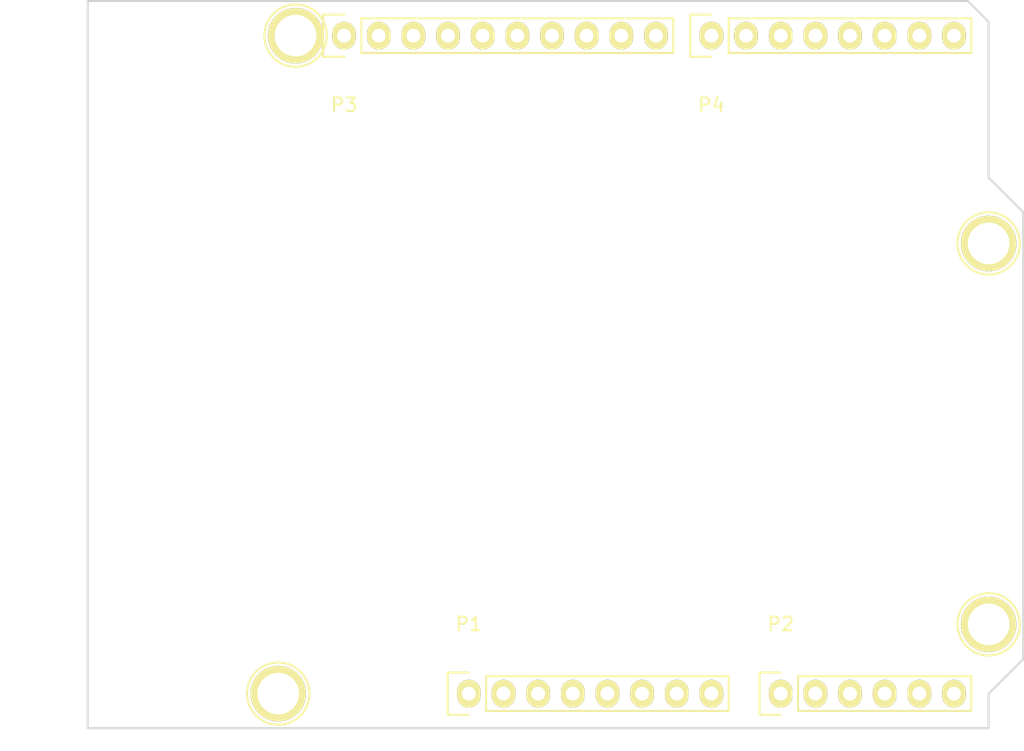
<source format=kicad_pcb>
(kicad_pcb (version 4) (host pcbnew "(2015-03-25 BZR 5536)-product")

  (general
    (links 4)
    (no_connects 4)
    (area 104.572999 71.392 180.241572 127.594)
    (thickness 1.6)
    (drawings 27)
    (tracks 0)
    (zones 0)
    (modules 8)
    (nets 33)
  )

  (page A4)
  (title_block
    (date "lun. 30 mars 2015")
  )

  (layers
    (0 F.Cu signal)
    (31 B.Cu signal)
    (32 B.Adhes user)
    (33 F.Adhes user)
    (34 B.Paste user)
    (35 F.Paste user)
    (36 B.SilkS user)
    (37 F.SilkS user)
    (38 B.Mask user)
    (39 F.Mask user)
    (40 Dwgs.User user)
    (41 Cmts.User user)
    (42 Eco1.User user)
    (43 Eco2.User user)
    (44 Edge.Cuts user)
    (45 Margin user)
    (46 B.CrtYd user)
    (47 F.CrtYd user)
    (48 B.Fab user)
    (49 F.Fab user)
  )

  (setup
    (last_trace_width 0.25)
    (trace_clearance 0.2)
    (zone_clearance 0.508)
    (zone_45_only no)
    (trace_min 0.2)
    (segment_width 0.15)
    (edge_width 0.15)
    (via_size 0.6)
    (via_drill 0.4)
    (via_min_size 0.4)
    (via_min_drill 0.3)
    (uvia_size 0.3)
    (uvia_drill 0.1)
    (uvias_allowed no)
    (uvia_min_size 0.2)
    (uvia_min_drill 0.1)
    (pcb_text_width 0.3)
    (pcb_text_size 1.5 1.5)
    (mod_edge_width 0.15)
    (mod_text_size 1 1)
    (mod_text_width 0.15)
    (pad_size 4.064 4.064)
    (pad_drill 3.048)
    (pad_to_mask_clearance 0)
    (aux_axis_origin 110.998 126.365)
    (grid_origin 110.998 126.365)
    (visible_elements FFFFFF7F)
    (pcbplotparams
      (layerselection 0x00030_80000001)
      (usegerberextensions false)
      (excludeedgelayer true)
      (linewidth 0.100000)
      (plotframeref false)
      (viasonmask false)
      (mode 1)
      (useauxorigin false)
      (hpglpennumber 1)
      (hpglpenspeed 20)
      (hpglpendiameter 15)
      (hpglpenoverlay 2)
      (psnegative false)
      (psa4output false)
      (plotreference true)
      (plotvalue true)
      (plotinvisibletext false)
      (padsonsilk false)
      (subtractmaskfromsilk false)
      (outputformat 1)
      (mirror false)
      (drillshape 1)
      (scaleselection 1)
      (outputdirectory ""))
  )

  (net 0 "")
  (net 1 /IOREF)
  (net 2 /Reset)
  (net 3 +5V)
  (net 4 GND)
  (net 5 /Vin)
  (net 6 /A0)
  (net 7 /A1)
  (net 8 /A2)
  (net 9 /A3)
  (net 10 /AREF)
  (net 11 "/A4(SDA)")
  (net 12 "/A5(SCL)")
  (net 13 "/9(**)")
  (net 14 /8)
  (net 15 /7)
  (net 16 "/6(**)")
  (net 17 "/5(**)")
  (net 18 /4)
  (net 19 "/3(**)")
  (net 20 /2)
  (net 21 "/1(Tx)")
  (net 22 "/0(Rx)")
  (net 23 "Net-(P5-Pad1)")
  (net 24 "Net-(P6-Pad1)")
  (net 25 "Net-(P7-Pad1)")
  (net 26 "Net-(P8-Pad1)")
  (net 27 "/13(SCK)")
  (net 28 "/10(**/SS)")
  (net 29 "Net-(P1-Pad1)")
  (net 30 +3V3)
  (net 31 "/12(MISO)")
  (net 32 "/11(**/MOSI)")

  (net_class Default "This is the default net class."
    (clearance 0.2)
    (trace_width 0.25)
    (via_dia 0.6)
    (via_drill 0.4)
    (uvia_dia 0.3)
    (uvia_drill 0.1)
    (add_net +3V3)
    (add_net +5V)
    (add_net "/0(Rx)")
    (add_net "/1(Tx)")
    (add_net "/10(**/SS)")
    (add_net "/11(**/MOSI)")
    (add_net "/12(MISO)")
    (add_net "/13(SCK)")
    (add_net /2)
    (add_net "/3(**)")
    (add_net /4)
    (add_net "/5(**)")
    (add_net "/6(**)")
    (add_net /7)
    (add_net /8)
    (add_net "/9(**)")
    (add_net /A0)
    (add_net /A1)
    (add_net /A2)
    (add_net /A3)
    (add_net "/A4(SDA)")
    (add_net "/A5(SCL)")
    (add_net /AREF)
    (add_net /IOREF)
    (add_net /Reset)
    (add_net /Vin)
    (add_net GND)
    (add_net "Net-(P1-Pad1)")
    (add_net "Net-(P5-Pad1)")
    (add_net "Net-(P6-Pad1)")
    (add_net "Net-(P7-Pad1)")
    (add_net "Net-(P8-Pad1)")
  )

  (module Socket_Arduino_Uno:Socket_Strip_Arduino_1x08 (layer F.Cu) (tedit 551AF8B3) (tstamp 551AF9EA)
    (at 138.938 123.825)
    (descr "Through hole socket strip")
    (tags "socket strip")
    (path /5517C2C1)
    (fp_text reference P1 (at 0 -5.1) (layer F.SilkS)
      (effects (font (size 1 1) (thickness 0.15)))
    )
    (fp_text value Power (at 0 -3.1) (layer F.Fab)
      (effects (font (size 1 1) (thickness 0.15)))
    )
    (fp_line (start -1.75 -1.75) (end -1.75 1.75) (layer F.CrtYd) (width 0.05))
    (fp_line (start 19.55 -1.75) (end 19.55 1.75) (layer F.CrtYd) (width 0.05))
    (fp_line (start -1.75 -1.75) (end 19.55 -1.75) (layer F.CrtYd) (width 0.05))
    (fp_line (start -1.75 1.75) (end 19.55 1.75) (layer F.CrtYd) (width 0.05))
    (fp_line (start 1.27 1.27) (end 19.05 1.27) (layer F.SilkS) (width 0.15))
    (fp_line (start 19.05 1.27) (end 19.05 -1.27) (layer F.SilkS) (width 0.15))
    (fp_line (start 19.05 -1.27) (end 1.27 -1.27) (layer F.SilkS) (width 0.15))
    (fp_line (start -1.55 1.55) (end 0 1.55) (layer F.SilkS) (width 0.15))
    (fp_line (start 1.27 1.27) (end 1.27 -1.27) (layer F.SilkS) (width 0.15))
    (fp_line (start 0 -1.55) (end -1.55 -1.55) (layer F.SilkS) (width 0.15))
    (fp_line (start -1.55 -1.55) (end -1.55 1.55) (layer F.SilkS) (width 0.15))
    (pad 1 thru_hole oval (at 0 0) (size 1.7272 2.032) (drill 1.016) (layers *.Cu *.Mask F.SilkS)
      (net 29 "Net-(P1-Pad1)"))
    (pad 2 thru_hole oval (at 2.54 0) (size 1.7272 2.032) (drill 1.016) (layers *.Cu *.Mask F.SilkS)
      (net 1 /IOREF))
    (pad 3 thru_hole oval (at 5.08 0) (size 1.7272 2.032) (drill 1.016) (layers *.Cu *.Mask F.SilkS)
      (net 2 /Reset))
    (pad 4 thru_hole oval (at 7.62 0) (size 1.7272 2.032) (drill 1.016) (layers *.Cu *.Mask F.SilkS)
      (net 30 +3V3))
    (pad 5 thru_hole oval (at 10.16 0) (size 1.7272 2.032) (drill 1.016) (layers *.Cu *.Mask F.SilkS)
      (net 3 +5V))
    (pad 6 thru_hole oval (at 12.7 0) (size 1.7272 2.032) (drill 1.016) (layers *.Cu *.Mask F.SilkS)
      (net 4 GND))
    (pad 7 thru_hole oval (at 15.24 0) (size 1.7272 2.032) (drill 1.016) (layers *.Cu *.Mask F.SilkS)
      (net 4 GND))
    (pad 8 thru_hole oval (at 17.78 0) (size 1.7272 2.032) (drill 1.016) (layers *.Cu *.Mask F.SilkS)
      (net 5 /Vin))
    (model ${KIPRJMOD}/Socket_Arduino_Uno.3dshapes/Socket_header_Arduino_1x08.wrl
      (at (xyz 0.35 0 0))
      (scale (xyz 1 1 1))
      (rotate (xyz 0 0 180))
    )
  )

  (module Socket_Arduino_Uno:Socket_Strip_Arduino_1x06 (layer F.Cu) (tedit 551AF7D9) (tstamp 551AF9FF)
    (at 161.798 123.825)
    (descr "Through hole socket strip")
    (tags "socket strip")
    (path /5517C323)
    (fp_text reference P2 (at 0 -5.1) (layer F.SilkS)
      (effects (font (size 1 1) (thickness 0.15)))
    )
    (fp_text value Analog (at 0 -3.1) (layer F.Fab)
      (effects (font (size 1 1) (thickness 0.15)))
    )
    (fp_line (start -1.75 -1.75) (end -1.75 1.75) (layer F.CrtYd) (width 0.05))
    (fp_line (start 14.45 -1.75) (end 14.45 1.75) (layer F.CrtYd) (width 0.05))
    (fp_line (start -1.75 -1.75) (end 14.45 -1.75) (layer F.CrtYd) (width 0.05))
    (fp_line (start -1.75 1.75) (end 14.45 1.75) (layer F.CrtYd) (width 0.05))
    (fp_line (start 1.27 1.27) (end 13.97 1.27) (layer F.SilkS) (width 0.15))
    (fp_line (start 13.97 1.27) (end 13.97 -1.27) (layer F.SilkS) (width 0.15))
    (fp_line (start 13.97 -1.27) (end 1.27 -1.27) (layer F.SilkS) (width 0.15))
    (fp_line (start -1.55 1.55) (end 0 1.55) (layer F.SilkS) (width 0.15))
    (fp_line (start 1.27 1.27) (end 1.27 -1.27) (layer F.SilkS) (width 0.15))
    (fp_line (start 0 -1.55) (end -1.55 -1.55) (layer F.SilkS) (width 0.15))
    (fp_line (start -1.55 -1.55) (end -1.55 1.55) (layer F.SilkS) (width 0.15))
    (pad 1 thru_hole oval (at 0 0) (size 1.7272 2.032) (drill 1.016) (layers *.Cu *.Mask F.SilkS)
      (net 6 /A0))
    (pad 2 thru_hole oval (at 2.54 0) (size 1.7272 2.032) (drill 1.016) (layers *.Cu *.Mask F.SilkS)
      (net 7 /A1))
    (pad 3 thru_hole oval (at 5.08 0) (size 1.7272 2.032) (drill 1.016) (layers *.Cu *.Mask F.SilkS)
      (net 8 /A2))
    (pad 4 thru_hole oval (at 7.62 0) (size 1.7272 2.032) (drill 1.016) (layers *.Cu *.Mask F.SilkS)
      (net 9 /A3))
    (pad 5 thru_hole oval (at 10.16 0) (size 1.7272 2.032) (drill 1.016) (layers *.Cu *.Mask F.SilkS)
      (net 11 "/A4(SDA)"))
    (pad 6 thru_hole oval (at 12.7 0) (size 1.7272 2.032) (drill 1.016) (layers *.Cu *.Mask F.SilkS)
      (net 12 "/A5(SCL)"))
    (model ${KIPRJMOD}/Socket_Arduino_Uno.3dshapes/Socket_header_Arduino_1x06.wrl
      (at (xyz 0.25 0 0))
      (scale (xyz 1 1 1))
      (rotate (xyz 0 0 180))
    )
  )

  (module Socket_Arduino_Uno:Socket_Strip_Arduino_1x10 (layer F.Cu) (tedit 551AF9FB) (tstamp 551AFA18)
    (at 129.794 75.565)
    (descr "Through hole socket strip")
    (tags "socket strip")
    (path /5517C46C)
    (fp_text reference P3 (at 0 5.08) (layer F.SilkS)
      (effects (font (size 1 1) (thickness 0.15)))
    )
    (fp_text value Digital (at 0 3.048) (layer F.Fab)
      (effects (font (size 1 1) (thickness 0.15)))
    )
    (fp_line (start -1.75 -1.75) (end -1.75 1.75) (layer F.CrtYd) (width 0.05))
    (fp_line (start 24.65 -1.75) (end 24.65 1.75) (layer F.CrtYd) (width 0.05))
    (fp_line (start -1.75 -1.75) (end 24.65 -1.75) (layer F.CrtYd) (width 0.05))
    (fp_line (start -1.75 1.75) (end 24.65 1.75) (layer F.CrtYd) (width 0.05))
    (fp_line (start 1.27 1.27) (end 24.13 1.27) (layer F.SilkS) (width 0.15))
    (fp_line (start 24.13 1.27) (end 24.13 -1.27) (layer F.SilkS) (width 0.15))
    (fp_line (start 24.13 -1.27) (end 1.27 -1.27) (layer F.SilkS) (width 0.15))
    (fp_line (start -1.55 1.55) (end 0 1.55) (layer F.SilkS) (width 0.15))
    (fp_line (start 1.27 1.27) (end 1.27 -1.27) (layer F.SilkS) (width 0.15))
    (fp_line (start 0 -1.55) (end -1.55 -1.55) (layer F.SilkS) (width 0.15))
    (fp_line (start -1.55 -1.55) (end -1.55 1.55) (layer F.SilkS) (width 0.15))
    (pad 1 thru_hole oval (at 0 0) (size 1.7272 2.032) (drill 1.016) (layers *.Cu *.Mask F.SilkS)
      (net 12 "/A5(SCL)"))
    (pad 2 thru_hole oval (at 2.54 0) (size 1.7272 2.032) (drill 1.016) (layers *.Cu *.Mask F.SilkS)
      (net 11 "/A4(SDA)"))
    (pad 3 thru_hole oval (at 5.08 0) (size 1.7272 2.032) (drill 1.016) (layers *.Cu *.Mask F.SilkS)
      (net 10 /AREF))
    (pad 4 thru_hole oval (at 7.62 0) (size 1.7272 2.032) (drill 1.016) (layers *.Cu *.Mask F.SilkS)
      (net 4 GND))
    (pad 5 thru_hole oval (at 10.16 0) (size 1.7272 2.032) (drill 1.016) (layers *.Cu *.Mask F.SilkS)
      (net 27 "/13(SCK)"))
    (pad 6 thru_hole oval (at 12.7 0) (size 1.7272 2.032) (drill 1.016) (layers *.Cu *.Mask F.SilkS)
      (net 31 "/12(MISO)"))
    (pad 7 thru_hole oval (at 15.24 0) (size 1.7272 2.032) (drill 1.016) (layers *.Cu *.Mask F.SilkS)
      (net 32 "/11(**/MOSI)"))
    (pad 8 thru_hole oval (at 17.78 0) (size 1.7272 2.032) (drill 1.016) (layers *.Cu *.Mask F.SilkS)
      (net 28 "/10(**/SS)"))
    (pad 9 thru_hole oval (at 20.32 0) (size 1.7272 2.032) (drill 1.016) (layers *.Cu *.Mask F.SilkS)
      (net 13 "/9(**)"))
    (pad 10 thru_hole oval (at 22.86 0) (size 1.7272 2.032) (drill 1.016) (layers *.Cu *.Mask F.SilkS)
      (net 14 /8))
    (model ${KIPRJMOD}/Socket_Arduino_Uno.3dshapes/Socket_header_Arduino_1x10.wrl
      (at (xyz 0.45 0 0))
      (scale (xyz 1 1 1))
      (rotate (xyz 0 0 180))
    )
  )

  (module Socket_Arduino_Uno:Socket_Strip_Arduino_1x08 (layer F.Cu) (tedit 551AFA07) (tstamp 551AFA2F)
    (at 156.718 75.565)
    (descr "Through hole socket strip")
    (tags "socket strip")
    (path /5517C366)
    (fp_text reference P4 (at 0 5.08) (layer F.SilkS)
      (effects (font (size 1 1) (thickness 0.15)))
    )
    (fp_text value Digital (at 0 3.048) (layer F.Fab)
      (effects (font (size 1 1) (thickness 0.15)))
    )
    (fp_line (start -1.75 -1.75) (end -1.75 1.75) (layer F.CrtYd) (width 0.05))
    (fp_line (start 19.55 -1.75) (end 19.55 1.75) (layer F.CrtYd) (width 0.05))
    (fp_line (start -1.75 -1.75) (end 19.55 -1.75) (layer F.CrtYd) (width 0.05))
    (fp_line (start -1.75 1.75) (end 19.55 1.75) (layer F.CrtYd) (width 0.05))
    (fp_line (start 1.27 1.27) (end 19.05 1.27) (layer F.SilkS) (width 0.15))
    (fp_line (start 19.05 1.27) (end 19.05 -1.27) (layer F.SilkS) (width 0.15))
    (fp_line (start 19.05 -1.27) (end 1.27 -1.27) (layer F.SilkS) (width 0.15))
    (fp_line (start -1.55 1.55) (end 0 1.55) (layer F.SilkS) (width 0.15))
    (fp_line (start 1.27 1.27) (end 1.27 -1.27) (layer F.SilkS) (width 0.15))
    (fp_line (start 0 -1.55) (end -1.55 -1.55) (layer F.SilkS) (width 0.15))
    (fp_line (start -1.55 -1.55) (end -1.55 1.55) (layer F.SilkS) (width 0.15))
    (pad 1 thru_hole oval (at 0 0) (size 1.7272 2.032) (drill 1.016) (layers *.Cu *.Mask F.SilkS)
      (net 15 /7))
    (pad 2 thru_hole oval (at 2.54 0) (size 1.7272 2.032) (drill 1.016) (layers *.Cu *.Mask F.SilkS)
      (net 16 "/6(**)"))
    (pad 3 thru_hole oval (at 5.08 0) (size 1.7272 2.032) (drill 1.016) (layers *.Cu *.Mask F.SilkS)
      (net 17 "/5(**)"))
    (pad 4 thru_hole oval (at 7.62 0) (size 1.7272 2.032) (drill 1.016) (layers *.Cu *.Mask F.SilkS)
      (net 18 /4))
    (pad 5 thru_hole oval (at 10.16 0) (size 1.7272 2.032) (drill 1.016) (layers *.Cu *.Mask F.SilkS)
      (net 19 "/3(**)"))
    (pad 6 thru_hole oval (at 12.7 0) (size 1.7272 2.032) (drill 1.016) (layers *.Cu *.Mask F.SilkS)
      (net 20 /2))
    (pad 7 thru_hole oval (at 15.24 0) (size 1.7272 2.032) (drill 1.016) (layers *.Cu *.Mask F.SilkS)
      (net 21 "/1(Tx)"))
    (pad 8 thru_hole oval (at 17.78 0) (size 1.7272 2.032) (drill 1.016) (layers *.Cu *.Mask F.SilkS)
      (net 22 "/0(Rx)"))
    (model ${KIPRJMOD}/Socket_Arduino_Uno.3dshapes/Socket_header_Arduino_1x08.wrl
      (at (xyz 0.35 0 0))
      (scale (xyz 1 1 1))
      (rotate (xyz 0 0 180))
    )
  )

  (module Connect:1pin (layer F.Cu) (tedit 551D91A6) (tstamp 551BBCF7)
    (at 124.968 123.825)
    (descr "module 1 pin (ou trou mecanique de percage)")
    (tags DEV)
    (path /551BBC06)
    (fp_text reference P5 (at 0 -3.048) (layer F.SilkS) hide
      (effects (font (size 1 1) (thickness 0.15)))
    )
    (fp_text value CONN_1 (at 0 2.794) (layer F.Fab) hide
      (effects (font (size 1 1) (thickness 0.15)))
    )
    (fp_circle (center 0 0) (end 0 -2.286) (layer F.SilkS) (width 0.15))
    (pad 1 thru_hole circle (at 0 0) (size 4.064 4.064) (drill 3.048) (layers *.Cu *.Mask F.SilkS)
      (net 23 "Net-(P5-Pad1)"))
  )

  (module Connect:1pin (layer F.Cu) (tedit 551D91A2) (tstamp 551BBCFD)
    (at 177.038 118.745)
    (descr "module 1 pin (ou trou mecanique de percage)")
    (tags DEV)
    (path /551BBD10)
    (fp_text reference P6 (at 0 -3.048) (layer F.SilkS) hide
      (effects (font (size 1 1) (thickness 0.15)))
    )
    (fp_text value CONN_1 (at 0 2.794) (layer F.Fab) hide
      (effects (font (size 1 1) (thickness 0.15)))
    )
    (fp_circle (center 0 0) (end 0 -2.286) (layer F.SilkS) (width 0.15))
    (pad 1 thru_hole circle (at 0 0) (size 4.064 4.064) (drill 3.048) (layers *.Cu *.Mask F.SilkS)
      (net 24 "Net-(P6-Pad1)"))
  )

  (module Connect:1pin (layer F.Cu) (tedit 551D9197) (tstamp 551BBD03)
    (at 126.238 75.565)
    (descr "module 1 pin (ou trou mecanique de percage)")
    (tags DEV)
    (path /551BBD30)
    (fp_text reference P7 (at 0 -3.048) (layer F.SilkS) hide
      (effects (font (size 1 1) (thickness 0.15)))
    )
    (fp_text value CONN_1 (at 0 2.794) (layer F.Fab) hide
      (effects (font (size 1 1) (thickness 0.15)))
    )
    (fp_circle (center 0 0) (end 0 -2.286) (layer F.SilkS) (width 0.15))
    (pad 1 thru_hole circle (at 0 0) (size 4.064 4.064) (drill 3.048) (layers *.Cu *.Mask F.SilkS)
      (net 25 "Net-(P7-Pad1)"))
  )

  (module Connect:1pin (layer F.Cu) (tedit 551D919E) (tstamp 551BBD09)
    (at 177.038 90.805)
    (descr "module 1 pin (ou trou mecanique de percage)")
    (tags DEV)
    (path /551BBD52)
    (fp_text reference P8 (at 0 -3.048) (layer F.SilkS) hide
      (effects (font (size 1 1) (thickness 0.15)))
    )
    (fp_text value CONN_1 (at 0 2.794) (layer F.Fab) hide
      (effects (font (size 1 1) (thickness 0.15)))
    )
    (fp_circle (center 0 0) (end 0 -2.286) (layer F.SilkS) (width 0.15))
    (pad 1 thru_hole circle (at 0 0) (size 4.064 4.064) (drill 3.048) (layers *.Cu *.Mask F.SilkS)
      (net 26 "Net-(P8-Pad1)"))
  )

  (gr_text 1 (at 139.065 126.619) (layer Dwgs.User)
    (effects (font (size 1.5 1.5) (thickness 0.3)))
  )
  (gr_circle (center 117.348 76.962) (end 118.618 76.962) (layer Dwgs.User) (width 0.15))
  (gr_line (start 114.427 78.994) (end 114.427 74.93) (angle 90) (layer Dwgs.User) (width 0.15))
  (gr_line (start 120.269 78.994) (end 114.427 78.994) (angle 90) (layer Dwgs.User) (width 0.15))
  (gr_line (start 120.269 74.93) (end 120.269 78.994) (angle 90) (layer Dwgs.User) (width 0.15))
  (gr_line (start 114.427 74.93) (end 120.269 74.93) (angle 90) (layer Dwgs.User) (width 0.15))
  (gr_line (start 120.523 93.98) (end 104.648 93.98) (angle 90) (layer Dwgs.User) (width 0.15))
  (gr_line (start 177.038 74.549) (end 175.514 73.025) (angle 90) (layer Edge.Cuts) (width 0.15))
  (gr_line (start 177.038 85.979) (end 177.038 74.549) (angle 90) (layer Edge.Cuts) (width 0.15))
  (gr_line (start 179.578 88.519) (end 177.038 85.979) (angle 90) (layer Edge.Cuts) (width 0.15))
  (gr_line (start 179.578 121.285) (end 179.578 88.519) (angle 90) (layer Edge.Cuts) (width 0.15))
  (gr_line (start 177.038 123.825) (end 179.578 121.285) (angle 90) (layer Edge.Cuts) (width 0.15))
  (gr_line (start 177.038 126.365) (end 177.038 123.825) (angle 90) (layer Edge.Cuts) (width 0.15))
  (gr_line (start 110.998 126.365) (end 177.038 126.365) (angle 90) (layer Edge.Cuts) (width 0.15))
  (gr_line (start 110.998 73.025) (end 110.998 126.365) (angle 90) (layer Edge.Cuts) (width 0.15))
  (gr_line (start 175.514 73.025) (end 110.998 73.025) (angle 90) (layer Edge.Cuts) (width 0.15))
  (gr_line (start 173.355 102.235) (end 173.355 94.615) (angle 90) (layer Dwgs.User) (width 0.15))
  (gr_line (start 178.435 102.235) (end 173.355 102.235) (angle 90) (layer Dwgs.User) (width 0.15))
  (gr_line (start 178.435 94.615) (end 178.435 102.235) (angle 90) (layer Dwgs.User) (width 0.15))
  (gr_line (start 173.355 94.615) (end 178.435 94.615) (angle 90) (layer Dwgs.User) (width 0.15))
  (gr_line (start 109.093 123.19) (end 109.093 114.3) (angle 90) (layer Dwgs.User) (width 0.15))
  (gr_line (start 122.428 123.19) (end 109.093 123.19) (angle 90) (layer Dwgs.User) (width 0.15))
  (gr_line (start 122.428 114.3) (end 122.428 123.19) (angle 90) (layer Dwgs.User) (width 0.15))
  (gr_line (start 109.093 114.3) (end 122.428 114.3) (angle 90) (layer Dwgs.User) (width 0.15))
  (gr_line (start 104.648 93.98) (end 104.648 82.55) (angle 90) (layer Dwgs.User) (width 0.15))
  (gr_line (start 120.523 82.55) (end 120.523 93.98) (angle 90) (layer Dwgs.User) (width 0.15))
  (gr_line (start 104.648 82.55) (end 120.523 82.55) (angle 90) (layer Dwgs.User) (width 0.15))

)

</source>
